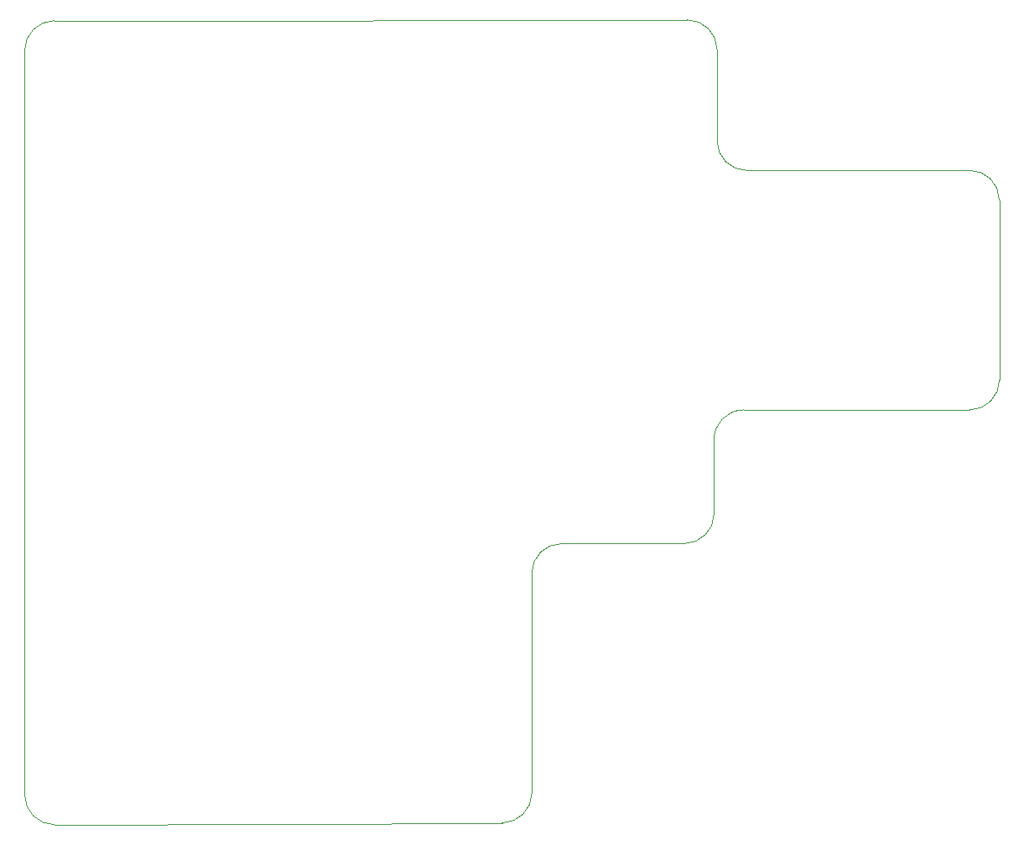
<source format=gbr>
%TF.GenerationSoftware,KiCad,Pcbnew,9.0.0*%
%TF.CreationDate,2025-10-11T11:02:57-05:00*%
%TF.ProjectId,BPS-Voltage_Temp_Board,4250532d-566f-46c7-9461-67655f54656d,rev?*%
%TF.SameCoordinates,Original*%
%TF.FileFunction,Profile,NP*%
%FSLAX46Y46*%
G04 Gerber Fmt 4.6, Leading zero omitted, Abs format (unit mm)*
G04 Created by KiCad (PCBNEW 9.0.0) date 2025-10-11 11:02:57*
%MOMM*%
%LPD*%
G01*
G04 APERTURE LIST*
%TA.AperFunction,Profile*%
%ADD10C,0.050000*%
%TD*%
G04 APERTURE END LIST*
D10*
X68800000Y-72900000D02*
G75*
G02*
X71800000Y-69900000I3000000J0D01*
G01*
X20595708Y-17095714D02*
X84495708Y-17004298D01*
X113007978Y-56400000D02*
X90192021Y-56400000D01*
X20611719Y-98288235D02*
G75*
G02*
X17600042Y-95288258I-11719J2999935D01*
G01*
X87192021Y-59501666D02*
G75*
G02*
X90192021Y-56400056I2999979J99966D01*
G01*
X84200000Y-69900000D02*
X71800000Y-69900000D01*
X87500000Y-20004295D02*
X87500000Y-29214128D01*
X90501662Y-32214128D02*
X113000627Y-32201662D01*
X87192021Y-59501666D02*
X87200000Y-66900000D01*
X68800000Y-95111696D02*
G75*
G02*
X65811719Y-98111677I-3000000J-4D01*
G01*
X87200000Y-66900000D02*
G75*
G02*
X84200000Y-69900000I-3000000J0D01*
G01*
X68800000Y-95111696D02*
X68800000Y-72900000D01*
X17600000Y-20095711D02*
G75*
G02*
X20595708Y-17095703I3000000J11D01*
G01*
X113000627Y-32201662D02*
G75*
G02*
X116002238Y-35199372I1673J-2999938D01*
G01*
X84495708Y-17004298D02*
G75*
G02*
X87500005Y-20004295I4292J-3000002D01*
G01*
X65811719Y-98111673D02*
X20611719Y-98288235D01*
X116007977Y-53397722D02*
G75*
G02*
X113007978Y-56399978I-2999977J-2278D01*
G01*
X116002289Y-35199372D02*
X116007976Y-53397722D01*
X17600000Y-95288258D02*
X17600000Y-20095711D01*
X90501662Y-32214128D02*
G75*
G02*
X87499972Y-29214128I-1662J3000028D01*
G01*
M02*

</source>
